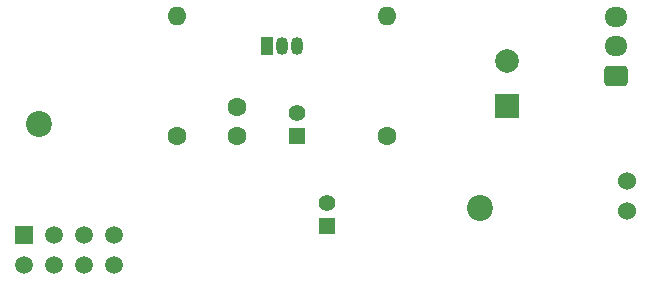
<source format=gbr>
%TF.GenerationSoftware,KiCad,Pcbnew,6.0.6-3a73a75311~116~ubuntu20.04.1*%
%TF.CreationDate,2022-07-22T14:00:07-05:00*%
%TF.ProjectId,esp_ha_integrator,6573705f-6861-45f6-996e-746567726174,rev?*%
%TF.SameCoordinates,PX6a95280PY6350ce0*%
%TF.FileFunction,Soldermask,Bot*%
%TF.FilePolarity,Negative*%
%FSLAX46Y46*%
G04 Gerber Fmt 4.6, Leading zero omitted, Abs format (unit mm)*
G04 Created by KiCad (PCBNEW 6.0.6-3a73a75311~116~ubuntu20.04.1) date 2022-07-22 14:00:07*
%MOMM*%
%LPD*%
G01*
G04 APERTURE LIST*
G04 Aperture macros list*
%AMRoundRect*
0 Rectangle with rounded corners*
0 $1 Rounding radius*
0 $2 $3 $4 $5 $6 $7 $8 $9 X,Y pos of 4 corners*
0 Add a 4 corners polygon primitive as box body*
4,1,4,$2,$3,$4,$5,$6,$7,$8,$9,$2,$3,0*
0 Add four circle primitives for the rounded corners*
1,1,$1+$1,$2,$3*
1,1,$1+$1,$4,$5*
1,1,$1+$1,$6,$7*
1,1,$1+$1,$8,$9*
0 Add four rect primitives between the rounded corners*
20,1,$1+$1,$2,$3,$4,$5,0*
20,1,$1+$1,$4,$5,$6,$7,0*
20,1,$1+$1,$6,$7,$8,$9,0*
20,1,$1+$1,$8,$9,$2,$3,0*%
G04 Aperture macros list end*
%ADD10R,1.500000X1.500000*%
%ADD11C,1.500000*%
%ADD12C,2.200000*%
%ADD13RoundRect,0.250000X0.725000X-0.600000X0.725000X0.600000X-0.725000X0.600000X-0.725000X-0.600000X0*%
%ADD14O,1.950000X1.700000*%
%ADD15C,1.524000*%
%ADD16R,1.050000X1.500000*%
%ADD17O,1.050000X1.500000*%
%ADD18C,1.600000*%
%ADD19O,1.600000X1.600000*%
%ADD20R,1.400000X1.400000*%
%ADD21C,1.400000*%
%ADD22R,2.000000X2.000000*%
%ADD23C,2.000000*%
G04 APERTURE END LIST*
D10*
%TO.C,U1*%
X7395000Y6840000D03*
D11*
X9935000Y6840000D03*
X12475000Y6840000D03*
X15015000Y6840000D03*
X7395000Y4300000D03*
X9935000Y4300000D03*
X12475000Y4300000D03*
X15015000Y4300000D03*
%TD*%
D12*
%TO.C,REF\u002A\u002A*%
X8636000Y16256000D03*
%TD*%
D13*
%TO.C,J2*%
X57510000Y20360000D03*
D14*
X57510000Y22860000D03*
X57510000Y25360000D03*
%TD*%
D15*
%TO.C,J1*%
X58420000Y8900000D03*
X58420000Y11420000D03*
%TD*%
D16*
%TO.C,Q1*%
X27940000Y22860000D03*
D17*
X29210000Y22860000D03*
X30480000Y22860000D03*
%TD*%
D18*
%TO.C,R2*%
X38100000Y15240000D03*
D19*
X38100000Y25400000D03*
%TD*%
D20*
%TO.C,C3*%
X33020000Y7620000D03*
D21*
X33020000Y9620000D03*
%TD*%
D18*
%TO.C,C1*%
X25360000Y15240000D03*
X25360000Y17740000D03*
%TD*%
D20*
%TO.C,C2*%
X30480000Y15240000D03*
D21*
X30480000Y17240000D03*
%TD*%
D12*
%TO.C,REF\u002A\u002A*%
X45974000Y9144000D03*
%TD*%
D22*
%TO.C,C4*%
X48260000Y17780000D03*
D23*
X48260000Y21580000D03*
%TD*%
D18*
%TO.C,R1*%
X20320000Y15240000D03*
D19*
X20320000Y25400000D03*
%TD*%
M02*

</source>
